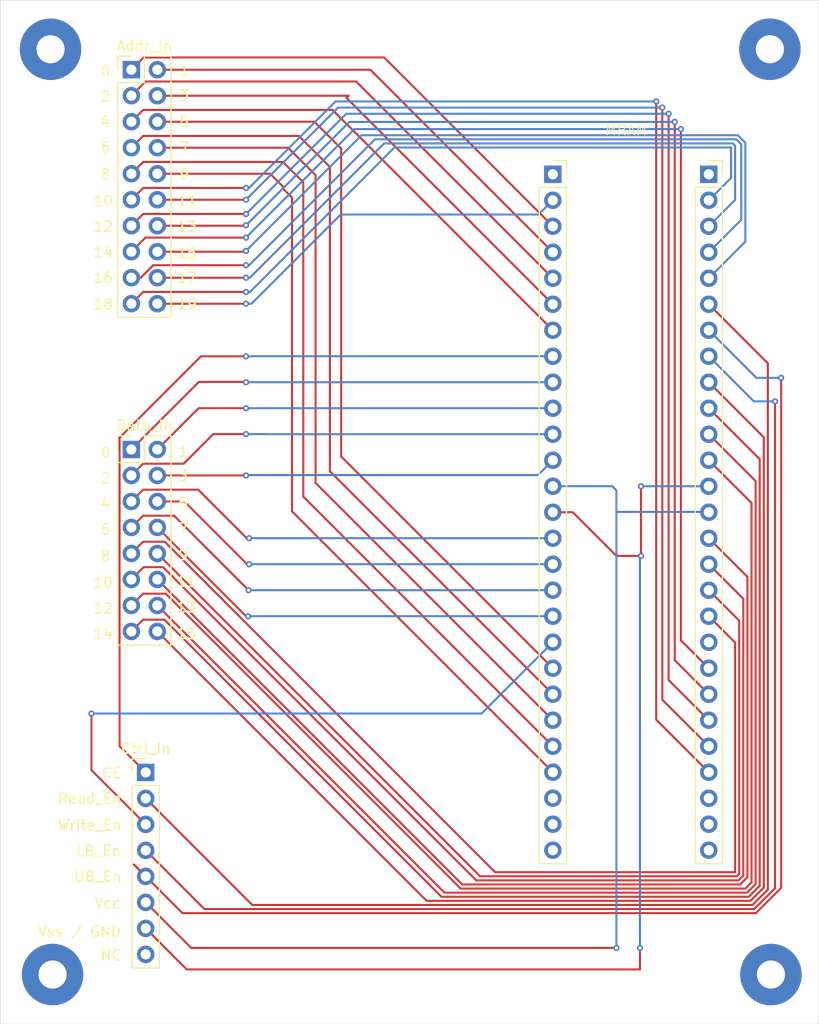
<source format=kicad_pcb>
(kicad_pcb (version 20240108) (generator "pcbnew") (generator_version "8.0")
  (layers (0 "F.Cu" signal) (31 "B.Cu" signal) (34 "B.Paste" user) (35 "F.Paste" user) (36 "B.SilkS" user "B.Silkscreen") (37 "F.SilkS" user "F.Silkscreen") (38 "B.Mask" user) (39 "F.Mask" user) (44 "Edge.Cuts" user))
  (net 0 "")
  (net 1 "Net-(J1-Addr_5)")
  (net 2 "Net-(J1-Addr_16)")
  (net 3 "Net-(J1-Addr_8)")
  (net 4 "Net-(J1-Addr_19)")
  (net 5 "Net-(J1-Addr_13)")
  (net 6 "Net-(J1-Addr_4)")
  (net 7 "Net-(J1-Addr_11)")
  (net 8 "Net-(J1-Addr_14)")
  (net 9 "Net-(J1-Addr_9)")
  (net 10 "Net-(J1-Addr_6)")
  (net 11 "Net-(J1-Addr_15)")
  (net 12 "Net-(J1-Addr_17)")
  (net 13 "Net-(J1-Addr_12)")
  (net 14 "Net-(J1-Addr_10)")
  (net 15 "Net-(J1-Addr_3)")
  (net 16 "Net-(J1-Addr_1)")
  (net 17 "Net-(J1-Addr_2)")
  (net 18 "Net-(J1-Addr_7)")
  (net 19 "Net-(J1-Addr_18)")
  (net 20 "Net-(J2-Data_11)")
  (net 21 "Net-(J2-Data_5)")
  (net 22 "Net-(J2-Data_13)")
  (net 23 "Net-(J2-Data_8)")
  (net 24 "Net-(J2-Data_15)")
  (net 25 "Net-(J2-Data_12)")
  (net 26 "Net-(J2-Data_4)")
  (net 27 "Net-(J2-Data_10)")
  (net 28 "Net-(J2-Data_6)")
  (net 29 "Net-(J2-Data_2)")
  (net 30 "Net-(J2-Data_1)")
  (net 31 "Net-(J2-Data_3)")
  (net 32 "Net-(J2-Data_7)")
  (net 33 "Net-(J2-Data_14)")
  (net 34 "Net-(J2-Data_9)")
  (net 37 "Net-(J3-Upper_byte_en)")
  (net 38 "Net-(J3-VCC)")
  (net 39 "Net-(J2-Data_0)")
  (net 42 "Net-(J3-Ground)")
  (net 45 "Net-(J3-Write_en)")
  (net 46 "Net-(J3-Lower_Byte_en)")
  (net 47 "Net-(J3-Read_en)")
  (net 48 "Net-(J3-Chip_en)")
  (net 53 "Net-(J1-Addr_0)")
  (footprint "Connector_PinHeader_2.54mm:PinHeader_2x10_P2.54mm_Vertical" (layer "F.Cu") (at 124.1 57.3)
    (property "Reference" "Addr_In" (at 1.27 -2.33 0) (layer "F.SilkS"))
    (property "Value" "2x10 Addr_in")
    (fp_line (start -1.33 -1.33) (end 0 -1.33) (stroke (width 0.12)) (layer "F.SilkS"))
    (fp_line (start -1.33 0) (end -1.33 -1.33) (stroke (width 0.12)) (layer "F.SilkS"))
    (fp_line (start -1.33 1.27) (end -1.33 24.19) (stroke (width 0.12)) (layer "F.SilkS"))
    (fp_line (start -1.33 1.27) (end 1.27 1.27) (stroke (width 0.12)) (layer "F.SilkS"))
    (fp_line (start -1.33 24.19) (end 3.87 24.19) (stroke (width 0.12)) (layer "F.SilkS"))
    (fp_line (start 1.27 -1.33) (end 3.87 -1.33) (stroke (width 0.12)) (layer "F.SilkS"))
    (fp_line (start 1.27 1.27) (end 1.27 -1.33) (stroke (width 0.12)) (layer "F.SilkS"))
    (fp_line (start 3.87 -1.33) (end 3.87 24.19) (stroke (width 0.12)) (layer "F.SilkS"))
    (pad "1" thru_hole rect (at 0 0) (size 1.7 1.7) (drill 1) (layers "*.Cu" "*.Mask") (net 53 "Net-(J1-Addr_0)"))
    (pad "2" thru_hole oval (at 2.54 0) (size 1.7 1.7) (drill 1) (layers "*.Cu" "*.Mask") (net 16 "Net-(J1-Addr_1)"))
    (pad "3" thru_hole oval (at 0 2.54) (size 1.7 1.7) (drill 1) (layers "*.Cu" "*.Mask") (net 17 "Net-(J1-Addr_2)"))
    (pad "4" thru_hole oval (at 2.54 2.54) (size 1.7 1.7) (drill 1) (layers "*.Cu" "*.Mask") (net 15 "Net-(J1-Addr_3)"))
    (pad "5" thru_hole oval (at 0 5.08) (size 1.7 1.7) (drill 1) (layers "*.Cu" "*.Mask") (net 6 "Net-(J1-Addr_4)"))
    (pad "6" thru_hole oval (at 2.54 5.08) (size 1.7 1.7) (drill 1) (layers "*.Cu" "*.Mask") (net 1 "Net-(J1-Addr_5)"))
    (pad "7" thru_hole oval (at 0 7.62) (size 1.7 1.7) (drill 1) (layers "*.Cu" "*.Mask") (net 10 "Net-(J1-Addr_6)"))
    (pad "8" thru_hole oval (at 2.54 7.62) (size 1.7 1.7) (drill 1) (layers "*.Cu" "*.Mask") (net 18 "Net-(J1-Addr_7)"))
    (pad "9" thru_hole oval (at 0 10.16) (size 1.7 1.7) (drill 1) (layers "*.Cu" "*.Mask") (net 3 "Net-(J1-Addr_8)"))
    (pad "10" thru_hole oval (at 2.54 10.16) (size 1.7 1.7) (drill 1) (layers "*.Cu" "*.Mask") (net 9 "Net-(J1-Addr_9)"))
    (pad "11" thru_hole oval (at 0 12.7) (size 1.7 1.7) (drill 1) (layers "*.Cu" "*.Mask") (net 14 "Net-(J1-Addr_10)"))
    (pad "12" thru_hole oval (at 2.54 12.7) (size 1.7 1.7) (drill 1) (layers "*.Cu" "*.Mask") (net 7 "Net-(J1-Addr_11)"))
    (pad "13" thru_hole oval (at 0 15.24) (size 1.7 1.7) (drill 1) (layers "*.Cu" "*.Mask") (net 13 "Net-(J1-Addr_12)"))
    (pad "14" thru_hole oval (at 2.54 15.24) (size 1.7 1.7) (drill 1) (layers "*.Cu" "*.Mask") (net 5 "Net-(J1-Addr_13)"))
    (pad "15" thru_hole oval (at 0 17.78) (size 1.7 1.7) (drill 1) (layers "*.Cu" "*.Mask") (net 8 "Net-(J1-Addr_14)"))
    (pad "16" thru_hole oval (at 2.54 17.78) (size 1.7 1.7) (drill 1) (layers "*.Cu" "*.Mask") (net 11 "Net-(J1-Addr_15)"))
    (pad "17" thru_hole oval (at 0 20.32) (size 1.7 1.7) (drill 1) (layers "*.Cu" "*.Mask") (net 2 "Net-(J1-Addr_16)"))
    (pad "18" thru_hole oval (at 2.54 20.32) (size 1.7 1.7) (drill 1) (layers "*.Cu" "*.Mask") (net 12 "Net-(J1-Addr_17)"))
    (pad "19" thru_hole oval (at 0 22.86) (size 1.7 1.7) (drill 1) (layers "*.Cu" "*.Mask") (net 19 "Net-(J1-Addr_18)"))
    (pad "20" thru_hole oval (at 2.54 22.86) (size 1.7 1.7) (drill 1) (layers "*.Cu" "*.Mask") (net 4 "Net-(J1-Addr_19)"))
  )
  (footprint "Connector_PinHeader_2.54mm:PinHeader_2x08_P2.54mm_Vertical" (layer "F.Cu") (at 124.096 94.4)
    (property "Reference" "Data_In" (at 1.27 -2.33 0) (layer "F.SilkS"))
    (property "Value" "2x8 Data_in")
    (fp_line (start -1.33 -1.33) (end 0 -1.33) (stroke (width 0.12)) (layer "F.SilkS"))
    (fp_line (start -1.33 0) (end -1.33 -1.33) (stroke (width 0.12)) (layer "F.SilkS"))
    (fp_line (start -1.33 1.27) (end -1.33 19.11) (stroke (width 0.12)) (layer "F.SilkS"))
    (fp_line (start -1.33 1.27) (end 1.27 1.27) (stroke (width 0.12)) (layer "F.SilkS"))
    (fp_line (start -1.33 19.11) (end 3.87 19.11) (stroke (width 0.12)) (layer "F.SilkS"))
    (fp_line (start 1.27 -1.33) (end 3.87 -1.33) (stroke (width 0.12)) (layer "F.SilkS"))
    (fp_line (start 1.27 1.27) (end 1.27 -1.33) (stroke (width 0.12)) (layer "F.SilkS"))
    (fp_line (start 3.87 -1.33) (end 3.87 19.11) (stroke (width 0.12)) (layer "F.SilkS"))
    (pad "1" thru_hole rect (at 0 0) (size 1.7 1.7) (drill 1) (layers "*.Cu" "*.Mask") (net 39 "Net-(J2-Data_0)"))
    (pad "2" thru_hole oval (at 2.54 0) (size 1.7 1.7) (drill 1) (layers "*.Cu" "*.Mask") (net 30 "Net-(J2-Data_1)"))
    (pad "3" thru_hole oval (at 0 2.54) (size 1.7 1.7) (drill 1) (layers "*.Cu" "*.Mask") (net 29 "Net-(J2-Data_2)"))
    (pad "4" thru_hole oval (at 2.54 2.54) (size 1.7 1.7) (drill 1) (layers "*.Cu" "*.Mask") (net 31 "Net-(J2-Data_3)"))
    (pad "5" thru_hole oval (at 0 5.08) (size 1.7 1.7) (drill 1) (layers "*.Cu" "*.Mask") (net 26 "Net-(J2-Data_4)"))
    (pad "6" thru_hole oval (at 2.54 5.08) (size 1.7 1.7) (drill 1) (layers "*.Cu" "*.Mask") (net 21 "Net-(J2-Data_5)"))
    (pad "7" thru_hole oval (at 0 7.62) (size 1.7 1.7) (drill 1) (layers "*.Cu" "*.Mask") (net 28 "Net-(J2-Data_6)"))
    (pad "8" thru_hole oval (at 2.54 7.62) (size 1.7 1.7) (drill 1) (layers "*.Cu" "*.Mask") (net 32 "Net-(J2-Data_7)"))
    (pad "9" thru_hole oval (at 0 10.16) (size 1.7 1.7) (drill 1) (layers "*.Cu" "*.Mask") (net 23 "Net-(J2-Data_8)"))
    (pad "10" thru_hole oval (at 2.54 10.16) (size 1.7 1.7) (drill 1) (layers "*.Cu" "*.Mask") (net 34 "Net-(J2-Data_9)"))
    (pad "11" thru_hole oval (at 0 12.7) (size 1.7 1.7) (drill 1) (layers "*.Cu" "*.Mask") (net 27 "Net-(J2-Data_10)"))
    (pad "12" thru_hole oval (at 2.54 12.7) (size 1.7 1.7) (drill 1) (layers "*.Cu" "*.Mask") (net 20 "Net-(J2-Data_11)"))
    (pad "13" thru_hole oval (at 0 15.24) (size 1.7 1.7) (drill 1) (layers "*.Cu" "*.Mask") (net 25 "Net-(J2-Data_12)"))
    (pad "14" thru_hole oval (at 2.54 15.24) (size 1.7 1.7) (drill 1) (layers "*.Cu" "*.Mask") (net 22 "Net-(J2-Data_13)"))
    (pad "15" thru_hole oval (at 0 17.78) (size 1.7 1.7) (drill 1) (layers "*.Cu" "*.Mask") (net 33 "Net-(J2-Data_14)"))
    (pad "16" thru_hole oval (at 2.54 17.78) (size 1.7 1.7) (drill 1) (layers "*.Cu" "*.Mask") (net 24 "Net-(J2-Data_15)"))
  )
  (footprint "My custom library:Female_header_connector" (layer "F.Cu") (at 150 65.7)
    (property "Reference" "MRAM" (at 22.45 -2.5 0) (layer "F.SilkS") (effects (font (thickness 0.1))))
    (property "Value" "~")
    (fp_line (start 13.9562 3.0826) (end 13.9562 69.1826) (stroke (width 0.12)) (layer "F.SilkS"))
    (fp_line (start 13.9562 3.0826) (end 16.6162 3.0826) (stroke (width 0.12)) (layer "F.SilkS"))
    (fp_line (start 13.9562 69.1826) (end 16.6162 69.1826) (stroke (width 0.12)) (layer "F.SilkS"))
    (fp_line (start 15.2862 0.4826) (end 16.6162 0.4826) (stroke (width 0.12)) (layer "F.SilkS"))
    (fp_line (start 16.6162 0.4826) (end 16.6162 1.8126) (stroke (width 0.12)) (layer "F.SilkS"))
    (fp_line (start 16.6162 3.0826) (end 16.6162 69.1826) (stroke (width 0.12)) (layer "F.SilkS"))
    (fp_line (start 29.19572 3.08356) (end 29.19572 69.18356) (stroke (width 0.12)) (layer "F.SilkS"))
    (fp_line (start 29.19572 3.08356) (end 31.85572 3.08356) (stroke (width 0.12)) (layer "F.SilkS"))
    (fp_line (start 29.19572 69.18356) (end 31.85572 69.18356) (stroke (width 0.12)) (layer "F.SilkS"))
    (fp_line (start 30.52572 0.48356) (end 31.85572 0.48356) (stroke (width 0.12)) (layer "F.SilkS"))
    (fp_line (start 31.85572 0.48356) (end 31.85572 1.81356) (stroke (width 0.12)) (layer "F.SilkS"))
    (fp_line (start 31.85572 3.08356) (end 31.85572 69.18356) (stroke (width 0.12)) (layer "F.SilkS"))
    (pad "1" thru_hole rect (at 15.2862 1.8126) (size 1.7 1.7) (drill 1) (layers "*.Cu" "*.Mask"))
    (pad "2" thru_hole oval (at 15.2862 4.3526) (size 1.7 1.7) (drill 1) (layers "*.Cu" "*.Mask") (net 4 "Net-(J1-Addr_19)"))
    (pad "3" thru_hole oval (at 15.2862 6.8926) (size 1.7 1.7) (drill 1) (layers "*.Cu" "*.Mask") (net 53 "Net-(J1-Addr_0)"))
    (pad "4" thru_hole oval (at 15.2862 9.4326) (size 1.7 1.7) (drill 1) (layers "*.Cu" "*.Mask") (net 16 "Net-(J1-Addr_1)"))
    (pad "5" thru_hole oval (at 15.2862 11.9726) (size 1.7 1.7) (drill 1) (layers "*.Cu" "*.Mask") (net 17 "Net-(J1-Addr_2)"))
    (pad "6" thru_hole oval (at 15.2862 14.5126) (size 1.7 1.7) (drill 1) (layers "*.Cu" "*.Mask") (net 15 "Net-(J1-Addr_3)"))
    (pad "7" thru_hole oval (at 15.2862 17.0526) (size 1.7 1.7) (drill 1) (layers "*.Cu" "*.Mask") (net 6 "Net-(J1-Addr_4)"))
    (pad "8" thru_hole oval (at 15.2862 19.5926) (size 1.7 1.7) (drill 1) (layers "*.Cu" "*.Mask") (net 48 "Net-(J3-Chip_en)"))
    (pad "9" thru_hole oval (at 15.2862 22.1326) (size 1.7 1.7) (drill 1) (layers "*.Cu" "*.Mask") (net 39 "Net-(J2-Data_0)"))
    (pad "10" thru_hole oval (at 15.2862 24.6726) (size 1.7 1.7) (drill 1) (layers "*.Cu" "*.Mask") (net 30 "Net-(J2-Data_1)"))
    (pad "11" thru_hole oval (at 15.2862 27.2126) (size 1.7 1.7) (drill 1) (layers "*.Cu" "*.Mask") (net 29 "Net-(J2-Data_2)"))
    (pad "12" thru_hole oval (at 15.2862 29.7526) (size 1.7 1.7) (drill 1) (layers "*.Cu" "*.Mask") (net 31 "Net-(J2-Data_3)"))
    (pad "13" thru_hole oval (at 15.2862 32.2926) (size 1.7 1.7) (drill 1) (layers "*.Cu" "*.Mask") (net 38 "Net-(J3-VCC)"))
    (pad "14" thru_hole oval (at 15.2862 34.8326) (size 1.7 1.7) (drill 1) (layers "*.Cu" "*.Mask") (net 42 "Net-(J3-Ground)"))
    (pad "15" thru_hole oval (at 15.2862 37.3726) (size 1.7 1.7) (drill 1) (layers "*.Cu" "*.Mask") (net 26 "Net-(J2-Data_4)"))
    (pad "16" thru_hole oval (at 15.2862 39.9126) (size 1.7 1.7) (drill 1) (layers "*.Cu" "*.Mask") (net 21 "Net-(J2-Data_5)"))
    (pad "17" thru_hole oval (at 15.2862 42.4526) (size 1.7 1.7) (drill 1) (layers "*.Cu" "*.Mask") (net 28 "Net-(J2-Data_6)"))
    (pad "18" thru_hole oval (at 15.2862 44.9926) (size 1.7 1.7) (drill 1) (layers "*.Cu" "*.Mask") (net 32 "Net-(J2-Data_7)"))
    (pad "19" thru_hole oval (at 15.2862 47.5326) (size 1.7 1.7) (drill 1) (layers "*.Cu" "*.Mask") (net 45 "Net-(J3-Write_en)"))
    (pad "20" thru_hole oval (at 15.2862 50.0726) (size 1.7 1.7) (drill 1) (layers "*.Cu" "*.Mask") (net 1 "Net-(J1-Addr_5)"))
    (pad "21" thru_hole oval (at 15.2862 52.6126) (size 1.7 1.7) (drill 1) (layers "*.Cu" "*.Mask") (net 10 "Net-(J1-Addr_6)"))
    (pad "22" thru_hole oval (at 15.2862 55.1526) (size 1.7 1.7) (drill 1) (layers "*.Cu" "*.Mask") (net 18 "Net-(J1-Addr_7)"))
    (pad "23" thru_hole oval (at 15.2862 57.6926) (size 1.7 1.7) (drill 1) (layers "*.Cu" "*.Mask") (net 3 "Net-(J1-Addr_8)"))
    (pad "24" thru_hole oval (at 15.2862 60.2326) (size 1.7 1.7) (drill 1) (layers "*.Cu" "*.Mask") (net 9 "Net-(J1-Addr_9)"))
    (pad "25" thru_hole oval (at 15.2862 62.7726) (size 1.7 1.7) (drill 1) (layers "*.Cu" "*.Mask"))
    (pad "26" thru_hole oval (at 15.2862 65.3126) (size 1.7 1.7) (drill 1) (layers "*.Cu" "*.Mask"))
    (pad "27" thru_hole oval (at 15.2862 67.8526) (size 1.7 1.7) (drill 1) (layers "*.Cu" "*.Mask"))
    (pad "28" thru_hole oval (at 30.52572 67.85356) (size 1.7 1.7) (drill 1) (layers "*.Cu" "*.Mask"))
    (pad "29" thru_hole oval (at 30.52572 65.31356) (size 1.7 1.7) (drill 1) (layers "*.Cu" "*.Mask"))
    (pad "30" thru_hole oval (at 30.52572 62.77356) (size 1.7 1.7) (drill 1) (layers "*.Cu" "*.Mask"))
    (pad "31" thru_hole oval (at 30.52572 60.23356) (size 1.7 1.7) (drill 1) (layers "*.Cu" "*.Mask") (net 14 "Net-(J1-Addr_10)"))
    (pad "32" thru_hole oval (at 30.52572 57.69356) (size 1.7 1.7) (drill 1) (layers "*.Cu" "*.Mask") (net 7 "Net-(J1-Addr_11)"))
    (pad "33" thru_hole oval (at 30.52572 55.15356) (size 1.7 1.7) (drill 1) (layers "*.Cu" "*.Mask") (net 13 "Net-(J1-Addr_12)"))
    (pad "34" thru_hole oval (at 30.52572 52.61356) (size 1.7 1.7) (drill 1) (layers "*.Cu" "*.Mask") (net 5 "Net-(J1-Addr_13)"))
    (pad "35" thru_hole oval (at 30.52572 50.07356) (size 1.7 1.7) (drill 1) (layers "*.Cu" "*.Mask") (net 8 "Net-(J1-Addr_14)"))
    (pad "36" thru_hole oval (at 30.52572 47.53356) (size 1.7 1.7) (drill 1) (layers "*.Cu" "*.Mask"))
    (pad "37" thru_hole oval (at 30.52572 44.99356) (size 1.7 1.7) (drill 1) (layers "*.Cu" "*.Mask") (net 23 "Net-(J2-Data_8)"))
    (pad "38" thru_hole oval (at 30.52572 42.45356) (size 1.7 1.7) (drill 1) (layers "*.Cu" "*.Mask") (net 34 "Net-(J2-Data_9)"))
    (pad "39" thru_hole oval (at 30.52572 39.91356) (size 1.7 1.7) (drill 1) (layers "*.Cu" "*.Mask") (net 27 "Net-(J2-Data_10)"))
    (pad "40" thru_hole oval (at 30.52572 37.37356) (size 1.7 1.7) (drill 1) (layers "*.Cu" "*.Mask") (net 20 "Net-(J2-Data_11)"))
    (pad "41" thru_hole oval (at 30.52572 34.83356) (size 1.7 1.7) (drill 1) (layers "*.Cu" "*.Mask") (net 38 "Net-(J3-VCC)"))
    (pad "42" thru_hole oval (at 30.52572 32.29356) (size 1.7 1.7) (drill 1) (layers "*.Cu" "*.Mask") (net 42 "Net-(J3-Ground)"))
    (pad "43" thru_hole oval (at 30.52572 29.75356) (size 1.7 1.7) (drill 1) (layers "*.Cu" "*.Mask") (net 25 "Net-(J2-Data_12)"))
    (pad "44" thru_hole oval (at 30.52572 27.21356) (size 1.7 1.7) (drill 1) (layers "*.Cu" "*.Mask") (net 22 "Net-(J2-Data_13)"))
    (pad "45" thru_hole oval (at 30.52572 24.67356) (size 1.7 1.7) (drill 1) (layers "*.Cu" "*.Mask") (net 33 "Net-(J2-Data_14)"))
    (pad "46" thru_hole oval (at 30.52572 22.13356) (size 1.7 1.7) (drill 1) (layers "*.Cu" "*.Mask") (net 24 "Net-(J2-Data_15)"))
    (pad "47" thru_hole oval (at 30.52572 19.59356) (size 1.7 1.7) (drill 1) (layers "*.Cu" "*.Mask") (net 46 "Net-(J3-Lower_Byte_en)"))
    (pad "48" thru_hole oval (at 30.52572 17.05356) (size 1.7 1.7) (drill 1) (layers "*.Cu" "*.Mask") (net 37 "Net-(J3-Upper_byte_en)"))
    (pad "49" thru_hole oval (at 30.52572 14.51356) (size 1.7 1.7) (drill 1) (layers "*.Cu" "*.Mask") (net 47 "Net-(J3-Read_en)"))
    (pad "50" thru_hole oval (at 30.52572 11.97356) (size 1.7 1.7) (drill 1) (layers "*.Cu" "*.Mask") (net 11 "Net-(J1-Addr_15)"))
    (pad "51" thru_hole oval (at 30.52572 9.43356) (size 1.7 1.7) (drill 1) (layers "*.Cu" "*.Mask") (net 2 "Net-(J1-Addr_16)"))
    (pad "52" thru_hole oval (at 30.52572 6.89356) (size 1.7 1.7) (drill 1) (layers "*.Cu" "*.Mask") (net 12 "Net-(J1-Addr_17)"))
    (pad "53" thru_hole oval (at 30.52572 4.35356) (size 1.7 1.7) (drill 1) (layers "*.Cu" "*.Mask") (net 19 "Net-(J1-Addr_18)"))
    (pad "54" thru_hole rect (at 30.52572 1.81356) (size 1.7 1.7) (drill 1) (layers "*.Cu" "*.Mask"))
  )
  (footprint "Connector_PinHeader_2.54mm:PinHeader_1x08_P2.54mm_Vertical" (layer "F.Cu") (at 125.5 125.95)
    (property "Reference" "Ctrl_In" (at 0 -2.33 0) (layer "F.SilkS"))
    (property "Value" "1x8 Ctrl Signal")
    (fp_line (start -1.33 -1.33) (end 0 -1.33) (stroke (width 0.12)) (layer "F.SilkS"))
    (fp_line (start -1.33 0) (end -1.33 -1.33) (stroke (width 0.12)) (layer "F.SilkS"))
    (fp_line (start -1.33 1.27) (end -1.33 19.11) (stroke (width 0.12)) (layer "F.SilkS"))
    (fp_line (start -1.33 1.27) (end 1.33 1.27) (stroke (width 0.12)) (layer "F.SilkS"))
    (fp_line (start -1.33 19.11) (end 1.33 19.11) (stroke (width 0.12)) (layer "F.SilkS"))
    (fp_line (start 1.33 1.27) (end 1.33 19.11) (stroke (width 0.12)) (layer "F.SilkS"))
    (pad "1" thru_hole rect (at 0 0) (size 1.7 1.7) (drill 1) (layers "*.Cu" "*.Mask") (net 48 "Net-(J3-Chip_en)"))
    (pad "2" thru_hole oval (at 0 2.54) (size 1.7 1.7) (drill 1) (layers "*.Cu" "*.Mask") (net 47 "Net-(J3-Read_en)"))
    (pad "3" thru_hole oval (at 0 5.08) (size 1.7 1.7) (drill 1) (layers "*.Cu" "*.Mask") (net 45 "Net-(J3-Write_en)"))
    (pad "4" thru_hole oval (at 0 7.62) (size 1.7 1.7) (drill 1) (layers "*.Cu" "*.Mask") (net 46 "Net-(J3-Lower_Byte_en)"))
    (pad "5" thru_hole oval (at 0 10.16) (size 1.7 1.7) (drill 1) (layers "*.Cu" "*.Mask") (net 37 "Net-(J3-Upper_byte_en)"))
    (pad "6" thru_hole oval (at 0 12.7) (size 1.7 1.7) (drill 1) (layers "*.Cu" "*.Mask") (net 38 "Net-(J3-VCC)"))
    (pad "7" thru_hole oval (at 0 15.24) (size 1.7 1.7) (drill 1) (layers "*.Cu" "*.Mask") (net 42 "Net-(J3-Ground)"))
    (pad "8" thru_hole oval (at 0 17.78) (size 1.7 1.7) (drill 1) (layers "*.Cu" "*.Mask"))
  )
  (gr_rect (start 111.2862 50.5126) (end 191.2862 150.5126) (stroke (width 0.05)) (fill none) (layer "Edge.Cuts"))
  (gr_text "9" (at 128.7 68.1 0) (layer "F.SilkS") (effects (font (size 1 1)) (justify left bottom)))
  (gr_text "15" (at 128.5 75.8 0) (layer "F.SilkS") (effects (font (size 1 1)) (justify left bottom)))
  (gr_text "4" (at 121 100.3 0) (layer "F.SilkS") (effects (font (size 1 1)) (justify left bottom)))
  (gr_text "13" (at 128.4 110.4 0) (layer "F.SilkS") (effects (font (size 1 1)) (justify left bottom)))
  (gr_text "7" (at 128.6 102.7 0) (layer "F.SilkS") (effects (font (size 1 1)) (justify left bottom)))
  (gr_text "13" (at 128.5 73.2 0) (layer "F.SilkS") (effects (font (size 1 1)) (justify left bottom)))
  (gr_text "12" (at 120.3 73.2 0) (layer "F.SilkS") (effects (font (size 1 1)) (justify left bottom)))
  (gr_text "4" (at 121 63 0) (layer "F.SilkS") (effects (font (size 1 1)) (justify left bottom)))
  (gr_text "16" (at 120.3 78.2 0) (layer "F.SilkS") (effects (font (size 1 1)) (justify left bottom)))
  (gr_text "1" (at 128.7 58 0) (layer "F.SilkS") (effects (font (size 1 1)) (justify left bottom)))
  (gr_text "15" (at 128.4 113 0) (layer "F.SilkS") (effects (font (size 1 1)) (justify left bottom)))
  (gr_text "NC" (at 121 144.4 0) (layer "F.SilkS") (effects (font (size 1 1)) (justify left bottom)))
  (gr_text "3" (at 128.6 97.6 0) (layer "F.SilkS") (effects (font (size 1 1)) (justify left bottom)))
  (gr_text "Vcc" (at 120.4 139.3 0) (layer "F.SilkS") (effects (font (size 1 1)) (justify left bottom)))
  (gr_text "10" (at 120.3 108 0) (layer "F.SilkS") (effects (font (size 1 1)) (justify left bottom)))
  (gr_text "0" (at 121 95.3 0) (layer "F.SilkS") (effects (font (size 1 1)) (justify left bottom)))
  (gr_text "17" (at 128.5 78.2 0) (layer "F.SilkS") (effects (font (size 1 1)) (justify left bottom)))
  (gr_text "Read_En" (at 116.8 129.1 0) (layer "F.SilkS") (effects (font (size 1 1)) (justify left bottom)))
  (gr_text "11" (at 128.5 70.7 0) (layer "F.SilkS") (effects (font (size 1 1)) (justify left bottom)))
  (gr_text "Vss / GND" (at 114.9 142.1 0) (layer "F.SilkS") (effects (font (size 1 1)) (justify left bottom)))
  (gr_text "14" (at 120.3 113 0) (layer "F.SilkS") (effects (font (size 1 1)) (justify left bottom)))
  (gr_text "LB_En" (at 118.6 134.2 0) (layer "F.SilkS") (effects (font (size 1 1)) (justify left bottom)))
  (gr_text "11" (at 128.4 107.9 0) (layer "F.SilkS") (effects (font (size 1 1)) (justify left bottom)))
  (gr_text "6" (at 121 65.5 0) (layer "F.SilkS") (effects (font (size 1 1)) (justify left bottom)))
  (gr_text "12" (at 120.3 110.5 0) (layer "F.SilkS") (effects (font (size 1 1)) (justify left bottom)))
  (gr_text "8" (at 121 68.1 0) (layer "F.SilkS") (effects (font (size 1 1)) (justify left bottom)))
  (gr_text "UB_En" (at 118.4 136.7 0) (layer "F.SilkS") (effects (font (size 1 1)) (justify left bottom)))
  (gr_text "2" (at 121 97.8 0) (layer "F.SilkS") (effects (font (size 1 1)) (justify left bottom)))
  (gr_text "9" (at 128.6 105.3 0) (layer "F.SilkS") (effects (font (size 1 1)) (justify left bottom)))
  (gr_text "18" (at 120.3 80.8 0) (layer "F.SilkS") (effects (font (size 1 1)) (justify left bottom)))
  (gr_text "0" (at 121 58 0) (layer "F.SilkS") (effects (font (size 1 1)) (justify left bottom)))
  (gr_text "3" (at 128.7 60.4 0) (layer "F.SilkS") (effects (font (size 1 1)) (justify left bottom)))
  (gr_text "10" (at 120.3 70.7 0) (layer "F.SilkS") (effects (font (size 1 1)) (justify left bottom)))
  (gr_text "14" (at 120.3 75.7 0) (layer "F.SilkS") (effects (font (size 1 1)) (justify left bottom)))
  (gr_text "1" (at 128.6 95.2 0) (layer "F.SilkS") (effects (font (size 1 1)) (justify left bottom)))
  (gr_text "6" (at 121 102.8 0) (layer "F.SilkS") (effects (font (size 1 1)) (justify left bottom)))
  (gr_text "2" (at 121 60.5 0) (layer "F.SilkS") (effects (font (size 1 1)) (justify left bottom)))
  (gr_text "7" (at 128.7 65.5 0) (layer "F.SilkS") (effects (font (size 1 1)) (justify left bottom)))
  (gr_text "5" (at 128.6 100.2 0) (layer "F.SilkS") (effects (font (size 1 1)) (justify left bottom)))
  (gr_text "8" (at 121 105.4 0) (layer "F.SilkS") (effects (font (size 1 1)) (justify left bottom)))
  (gr_text "Write_En" (at 116.8 131.7 0) (layer "F.SilkS") (effects (font (size 1 1)) (justify left bottom)))
  (gr_text "5" (at 128.7 63 0) (layer "F.SilkS") (effects (font (size 1 1)) (justify left bottom)))
  (gr_text "CE" (at 121.1 126.6 0) (layer "F.SilkS") (effects (font (size 1 1)) (justify left bottom)))
  (gr_text "19" (at 128.5 80.8 0) (layer "F.SilkS") (effects (font (size 1 1)) (justify left bottom)))
  (via (at 186.5 55.3) (size 6) (drill 2.75) (layers "F.Cu" "B.Cu") (net 0))
  (via (at 186.6 145.7) (size 6) (drill 2.75) (layers "F.Cu" "B.Cu") (net 0))
  (via (at 116.2 55.3) (size 6) (drill 2.75) (layers "F.Cu" "B.Cu") (net 0))
  (via (at 116.4 145.7) (size 6) (drill 2.75) (layers "F.Cu" "B.Cu") (net 0))
  (segment (start 126.64 62.38) (end 141.98 62.38) (width 0.2) (layer "F.Cu") (net 1))
  (segment (start 144.6 95.0864) (end 165.2862 115.7726) (width 0.2) (layer "F.Cu") (net 1))
  (segment (start 141.98 62.38) (end 144.6 65) (width 0.2) (layer "F.Cu") (net 1))
  (segment (start 144.6 65) (end 144.6 95.0864) (width 0.2) (layer "F.Cu") (net 1))
  (segment (start 135.3 76.4) (end 126.233654 76.4) (width 0.2) (layer "F.Cu") (net 2))
  (segment (start 126.233654 76.4) (end 125.013654 77.62) (width 0.2) (layer "F.Cu") (net 2))
  (segment (start 125.013654 77.62) (end 124.1 77.62) (width 0.2) (layer "F.Cu") (net 2))
  (via (at 135.3 76.4) (size 0.6) (drill 0.3) (layers "F.Cu" "B.Cu") (net 2))
  (segment (start 183.2 64.1) (end 183.7 64.6) (width 0.2) (layer "B.Cu") (net 2))
  (segment (start 147.9 64.1) (end 183.2 64.1) (width 0.2) (layer "B.Cu") (net 2))
  (segment (start 183.7 64.6) (end 183.7 71.95928) (width 0.2) (layer "B.Cu") (net 2))
  (segment (start 135.3 76.4) (end 135.6 76.4) (width 0.2) (layer "B.Cu") (net 2))
  (segment (start 183.7 71.95928) (end 180.52572 75.13356) (width 0.2) (layer "B.Cu") (net 2))
  (segment (start 135.6 76.4) (end 147.9 64.1) (width 0.2) (layer "B.Cu") (net 2))
  (segment (start 140.9 68.3) (end 140.9 99.0064) (width 0.2) (layer "F.Cu") (net 3))
  (segment (start 124.1 67.46) (end 125.25 66.31) (width 0.2) (layer "F.Cu") (net 3))
  (segment (start 138.91 66.31) (end 140.9 68.3) (width 0.2) (layer "F.Cu") (net 3))
  (segment (start 140.9 99.0064) (end 165.2862 123.3926) (width 0.2) (layer "F.Cu") (net 3))
  (segment (start 125.25 66.31) (end 138.91 66.31) (width 0.2) (layer "F.Cu") (net 3))
  (segment (start 135.3 80.16) (end 126.64 80.16) (width 0.2) (layer "F.Cu") (net 4))
  (via (at 135.3 80.16) (size 0.6) (drill 0.3) (layers "F.Cu" "B.Cu") (net 4))
  (segment (start 144.5574 71.4426) (end 163.8962 71.4426) (width 0.2) (layer "B.Cu") (net 4))
  (segment (start 163.8962 71.4426) (end 165.2862 70.0526) (width 0.2) (layer "B.Cu") (net 4))
  (segment (start 135.84 80.16) (end 144.5574 71.4426) (width 0.2) (layer "B.Cu") (net 4))
  (segment (start 135.3 80.16) (end 135.84 80.16) (width 0.2) (layer "B.Cu") (net 4))
  (segment (start 177.2 62.4) (end 177.2 114.98784) (width 0.2) (layer "F.Cu") (net 5))
  (segment (start 135.26 72.54) (end 135.3 72.5) (width 0.2) (layer "F.Cu") (net 5))
  (segment (start 126.64 72.54) (end 135.26 72.54) (width 0.2) (layer "F.Cu") (net 5))
  (segment (start 177.2 114.98784) (end 180.52572 118.31356) (width 0.2) (layer "F.Cu") (net 5))
  (via (at 135.3 72.5) (size 0.6) (drill 0.3) (layers "F.Cu" "B.Cu") (net 5))
  (via (at 177.2 62.4) (size 0.6) (drill 0.3) (layers "F.Cu" "B.Cu") (net 5))
  (segment (start 177.2 62.4) (end 145.4 62.4) (width 0.2) (layer "B.Cu") (net 5))
  (segment (start 145.4 62.4) (end 135.3 72.5) (width 0.2) (layer "B.Cu") (net 5))
  (segment (start 125.25 61.23) (end 143.7636 61.23) (width 0.2) (layer "F.Cu") (net 6))
  (segment (start 143.7636 61.23) (end 165.2862 82.7526) (width 0.2) (layer "F.Cu") (net 6))
  (segment (start 124.1 62.38) (end 125.25 61.23) (width 0.2) (layer "F.Cu") (net 6))
  (segment (start 175.985421 118.853261) (end 180.52572 123.39356) (width 0.2) (layer "F.Cu") (net 7))
  (segment (start 126.64 70) (end 135.3 70) (width 0.2) (layer "F.Cu") (net 7))
  (segment (start 175.985421 61) (end 175.985421 118.853261) (width 0.2) (layer "F.Cu") (net 7))
  (via (at 135.3 70) (size 0.6) (drill 0.3) (layers "F.Cu" "B.Cu") (net 7))
  (via (at 175.985421 61) (size 0.6) (drill 0.3) (layers "F.Cu" "B.Cu") (net 7))
  (segment (start 135.3 70) (end 144.3 61) (width 0.2) (layer "B.Cu") (net 7))
  (segment (start 144.3 61) (end 175.985421 61) (width 0.2) (layer "B.Cu") (net 7))
  (segment (start 177.8 113.04784) (end 180.52572 115.77356) (width 0.2) (layer "F.Cu") (net 8))
  (segment (start 125.48 73.7) (end 135.3 73.7) (width 0.2) (layer "F.Cu") (net 8))
  (segment (start 177.8 63.1) (end 177.8 113.04784) (width 0.2) (layer "F.Cu") (net 8))
  (segment (start 124.1 75.08) (end 125.48 73.7) (width 0.2) (layer "F.Cu") (net 8))
  (via (at 177.8 63.1) (size 0.6) (drill 0.3) (layers "F.Cu" "B.Cu") (net 8))
  (via (at 135.3 73.7) (size 0.6) (drill 0.3) (layers "F.Cu" "B.Cu") (net 8))
  (segment (start 135.3 73.7) (end 145.9 63.1) (width 0.2) (layer "B.Cu") (net 8))
  (segment (start 145.9 63.1) (end 177.8 63.1) (width 0.2) (layer "B.Cu") (net 8))
  (segment (start 126.64 67.46) (end 137.66 67.46) (width 0.2) (layer "F.Cu") (net 9))
  (segment (start 139.8 100.4464) (end 165.2862 125.9326) (width 0.2) (layer "F.Cu") (net 9))
  (segment (start 138.9 68.9) (end 139.8 69.8) (width 0.2) (layer "F.Cu") (net 9))
  (segment (start 138.9 68.7) (end 138.9 68.9) (width 0.2) (layer "F.Cu") (net 9))
  (segment (start 137.66 67.46) (end 138.9 68.7) (width 0.2) (layer "F.Cu") (net 9))
  (segment (start 139.8 69.8) (end 139.8 100.4464) (width 0.2) (layer "F.Cu") (net 9))
  (segment (start 140.47 63.77) (end 143.5 66.8) (width 0.2) (layer "F.Cu") (net 10))
  (segment (start 124.1 64.92) (end 125.25 63.77) (width 0.2) (layer "F.Cu") (net 10))
  (segment (start 143.5 66.8) (end 143.5 96.5264) (width 0.2) (layer "F.Cu") (net 10))
  (segment (start 143.5 96.5264) (end 165.2862 118.3126) (width 0.2) (layer "F.Cu") (net 10))
  (segment (start 125.25 63.77) (end 140.47 63.77) (width 0.2) (layer "F.Cu") (net 10))
  (segment (start 126.64 75.08) (end 135.22 75.08) (width 0.2) (layer "F.Cu") (net 11))
  (segment (start 135.22 75.08) (end 135.3 75) (width 0.2) (layer "F.Cu") (net 11))
  (via (at 135.3 75) (size 0.6) (drill 0.3) (layers "F.Cu" "B.Cu") (net 11))
  (segment (start 184.1 74.09928) (end 180.52572 77.67356) (width 0.2) (layer "B.Cu") (net 11))
  (segment (start 184.1 64.434314) (end 184.1 74.09928) (width 0.2) (layer "B.Cu") (net 11))
  (segment (start 146.6 63.7) (end 183.365686 63.7) (width 0.2) (layer "B.Cu") (net 11))
  (segment (start 135.3 75) (end 146.6 63.7) (width 0.2) (layer "B.Cu") (net 11))
  (segment (start 183.365686 63.7) (end 184.1 64.434314) (width 0.2) (layer "B.Cu") (net 11))
  (segment (start 135.3 77.62) (end 126.64 77.62) (width 0.2) (layer "F.Cu") (net 12))
  (via (at 135.3 77.62) (size 0.6) (drill 0.3) (layers "F.Cu" "B.Cu") (net 12))
  (segment (start 135.68 77.62) (end 148.8 64.5) (width 0.2) (layer "B.Cu") (net 12))
  (segment (start 182.865685 64.5) (end 183.1 64.734315) (width 0.2) (layer "B.Cu") (net 12))
  (segment (start 183.1 64.734315) (end 183.1 70.01928) (width 0.2) (layer "B.Cu") (net 12))
  (segment (start 148.8 64.5) (end 182.865685 64.5) (width 0.2) (layer "B.Cu") (net 12))
  (segment (start 135.3 77.62) (end 135.68 77.62) (width 0.2) (layer "B.Cu") (net 12))
  (segment (start 183.1 70.01928) (end 180.52572 72.59356) (width 0.2) (layer "B.Cu") (net 12))
  (segment (start 125.25 71.39) (end 135.29 71.39) (width 0.2) (layer "F.Cu") (net 13))
  (segment (start 124.1 72.54) (end 125.25 71.39) (width 0.2) (layer "F.Cu") (net 13))
  (segment (start 135.29 71.39) (end 135.3 71.4) (width 0.2) (layer "F.Cu") (net 13))
  (segment (start 176.6 116.92784) (end 180.52572 120.85356) (width 0.2) (layer "F.Cu") (net 13))
  (segment (start 176.6 61.6) (end 176.6 116.92784) (width 0.2) (layer "F.Cu") (net 13))
  (via (at 135.3 71.4) (size 0.6) (drill 0.3) (layers "F.Cu" "B.Cu") (net 13))
  (via (at 176.6 61.6) (size 0.6) (drill 0.3) (layers "F.Cu" "B.Cu") (net 13))
  (segment (start 176.6 61.6) (end 145.1 61.6) (width 0.2) (layer "B.Cu") (net 13))
  (segment (start 145.1 61.6) (end 135.3 71.4) (width 0.2) (layer "B.Cu") (net 13))
  (segment (start 175.4 60.4) (end 175.385421 60.414579) (width 0.2) (layer "F.Cu") (net 14))
  (segment (start 175.385421 120.793261) (end 180.52572 125.93356) (width 0.2) (layer "F.Cu") (net 14))
  (segment (start 135.3 68.85) (end 125.25 68.85) (width 0.2) (layer "F.Cu") (net 14))
  (segment (start 175.385421 60.414579) (end 175.385421 120.793261) (width 0.2) (layer "F.Cu") (net 14))
  (segment (start 125.25 68.85) (end 124.1 70) (width 0.2) (layer "F.Cu") (net 14))
  (via (at 135.3 68.85) (size 0.6) (drill 0.3) (layers "F.Cu" "B.Cu") (net 14))
  (via (at 175.4 60.4) (size 0.6) (drill 0.3) (layers "F.Cu" "B.Cu") (net 14))
  (segment (start 144.051471 60.4) (end 175.4 60.4) (width 0.2) (layer "B.Cu") (net 14))
  (segment (start 135.3 68.85) (end 135.601471 68.85) (width 0.2) (layer "B.Cu") (net 14))
  (segment (start 135.601471 68.85) (end 144.051471 60.4) (width 0.2) (layer "B.Cu") (net 14))
  (segment (start 145.34 59.84) (end 145.1268 60.0532) (width 0.2) (layer "F.Cu") (net 15))
  (segment (start 145.1268 60.0532) (end 165.2862 80.2126) (width 0.2) (layer "F.Cu") (net 15))
  (segment (start 126.64 59.84) (end 145.34 59.84) (width 0.2) (layer "F.Cu") (net 15))
  (segment (start 147.4536 57.3) (end 165.2862 75.1326) (width 0.2) (layer "F.Cu") (net 16))
  (segment (start 126.64 57.3) (end 147.4536 57.3) (width 0.2) (layer "F.Cu") (net 16))
  (segment (start 124.1 59.84) (end 125.49 58.45) (width 0.2) (layer "F.Cu") (net 17))
  (segment (start 125.49 58.45) (end 146.0636 58.45) (width 0.2) (layer "F.Cu") (net 17))
  (segment (start 146.0636 58.45) (end 165.2862 77.6726) (width 0.2) (layer "F.Cu") (net 17))
  (segment (start 126.64 64.92) (end 139.42 64.92) (width 0.2) (layer "F.Cu") (net 18))
  (segment (start 142.1 97.6664) (end 165.2862 120.8526) (width 0.2) (layer "F.Cu") (net 18))
  (segment (start 139.42 64.92) (end 142.1 67.6) (width 0.2) (layer "F.Cu") (net 18))
  (segment (start 142.1 67.6) (end 142.1 97.6664) (width 0.2) (layer "F.Cu") (net 18))
  (segment (start 135.3 79.01) (end 125.25 79.01) (width 0.2) (layer "F.Cu") (net 19))
  (segment (start 125.25 79.01) (end 124.1 80.16) (width 0.2) (layer "F.Cu") (net 19))
  (via (at 135.3 79.01) (size 0.6) (drill 0.3) (layers "F.Cu" "B.Cu") (net 19))
  (segment (start 182.7 67.87928) (end 180.52572 70.05356) (width 0.2) (layer "B.Cu") (net 19))
  (segment (start 135.3 79.01) (end 135.69 79.01) (width 0.2) (layer "B.Cu") (net 19))
  (segment (start 182.7 64.9) (end 182.7 67.87928) (width 0.2) (layer "B.Cu") (net 19))
  (segment (start 135.69 79.01) (end 149.8 64.9) (width 0.2) (layer "B.Cu") (net 19))
  (segment (start 149.8 64.9) (end 182.7 64.9) (width 0.2) (layer "B.Cu") (net 19))
  (segment (start 184.3 136.197057) (end 184.3 106.84784) (width 0.2) (layer "F.Cu") (net 20))
  (segment (start 156.436 136.9) (end 183.597057 136.9) (width 0.2) (layer "F.Cu") (net 20))
  (segment (start 184.3 106.84784) (end 180.52572 103.07356) (width 0.2) (layer "F.Cu") (net 20))
  (segment (start 126.636 107.1) (end 156.436 136.9) (width 0.2) (layer "F.Cu") (net 20))
  (segment (start 183.597057 136.9) (end 184.3 136.197057) (width 0.2) (layer "F.Cu") (net 20))
  (segment (start 135.6 105.6126) (end 135.4126 105.6126) (width 0.2) (layer "F.Cu") (net 21))
  (segment (start 135.4126 105.6126) (end 129.28 99.48) (width 0.2) (layer "F.Cu") (net 21))
  (segment (start 129.28 99.48) (end 126.636 99.48) (width 0.2) (layer "F.Cu") (net 21))
  (via (at 135.6 105.6126) (size 0.6) (drill 0.3) (layers "F.Cu" "B.Cu") (net 21))
  (segment (start 135.6 105.6126) (end 165.2862 105.6126) (width 0.2) (layer "B.Cu") (net 21))
  (segment (start 185.1 136.865686) (end 185.1 97.48784) (width 0.2) (layer "F.Cu") (net 22))
  (segment (start 184.265686 137.7) (end 185.1 136.865686) (width 0.2) (layer "F.Cu") (net 22))
  (segment (start 185.1 97.48784) (end 180.52572 92.91356) (width 0.2) (layer "F.Cu") (net 22))
  (segment (start 154.696 137.7) (end 184.265686 137.7) (width 0.2) (layer "F.Cu") (net 22))
  (segment (start 126.636 109.64) (end 154.696 137.7) (width 0.2) (layer "F.Cu") (net 22))
  (segment (start 183.1 113.26784) (end 180.52572 110.69356) (width 0.2) (layer "F.Cu") (net 23))
  (segment (start 183.1 135.7) (end 183.1 113.26784) (width 0.2) (layer "F.Cu") (net 23))
  (segment (start 159.642346 135.7) (end 183.1 135.7) (width 0.2) (layer "F.Cu") (net 23))
  (segment (start 125.246 103.41) (end 127.352346 103.41) (width 0.2) (layer "F.Cu") (net 23))
  (segment (start 124.096 104.56) (end 125.246 103.41) (width 0.2) (layer "F.Cu") (net 23))
  (segment (start 127.352346 103.41) (end 159.642346 135.7) (width 0.2) (layer "F.Cu") (net 23))
  (segment (start 185.9 93.20784) (end 180.52572 87.83356) (width 0.2) (layer "F.Cu") (net 24))
  (segment (start 184.597058 138.5) (end 185.9 137.197058) (width 0.2) (layer "F.Cu") (net 24))
  (segment (start 126.636 112.18) (end 152.956 138.5) (width 0.2) (layer "F.Cu") (net 24))
  (segment (start 152.956 138.5) (end 184.597058 138.5) (width 0.2) (layer "F.Cu") (net 24))
  (segment (start 185.9 137.197058) (end 185.9 93.20784) (width 0.2) (layer "F.Cu") (net 24))
  (segment (start 156.270314 137.3) (end 184.1 137.3) (width 0.2) (layer "F.Cu") (net 25))
  (segment (start 184.7 136.7) (end 184.7 99.62784) (width 0.2) (layer "F.Cu") (net 25))
  (segment (start 124.096 109.64) (end 125.246 108.49) (width 0.2) (layer "F.Cu") (net 25))
  (segment (start 184.1 137.3) (end 184.7 136.7) (width 0.2) (layer "F.Cu") (net 25))
  (segment (start 125.246 108.49) (end 127.460314 108.49) (width 0.2) (layer "F.Cu") (net 25))
  (segment (start 184.7 99.62784) (end 180.52572 95.45356) (width 0.2) (layer "F.Cu") (net 25))
  (segment (start 127.460314 108.49) (end 156.270314 137.3) (width 0.2) (layer "F.Cu") (net 25))
  (segment (start 135.3726 103.0726) (end 130.63 98.33) (width 0.2) (layer "F.Cu") (net 26))
  (segment (start 130.63 98.33) (end 125.246 98.33) (width 0.2) (layer "F.Cu") (net 26))
  (segment (start 135.6 103.0726) (end 135.3726 103.0726) (width 0.2) (layer "F.Cu") (net 26))
  (segment (start 125.246 98.33) (end 124.096 99.48) (width 0.2) (layer "F.Cu") (net 26))
  (via (at 135.6 103.0726) (size 0.6) (drill 0.3) (layers "F.Cu" "B.Cu") (net 26))
  (segment (start 135.6 103.0726) (end 165.2862 103.0726) (width 0.2) (layer "B.Cu") (net 26))
  (segment (start 183.9 108.98784) (end 180.52572 105.61356) (width 0.2) (layer "F.Cu") (net 27))
  (segment (start 183.431371 136.5) (end 183.9 136.031371) (width 0.2) (layer "F.Cu") (net 27))
  (segment (start 125.296 105.9) (end 127.2 105.9) (width 0.2) (layer "F.Cu") (net 27))
  (segment (start 127.2 105.9) (end 157.8 136.5) (width 0.2) (layer "F.Cu") (net 27))
  (segment (start 157.8 136.5) (end 183.431371 136.5) (width 0.2) (layer "F.Cu") (net 27))
  (segment (start 124.096 107.1) (end 125.296 105.9) (width 0.2) (layer "F.Cu") (net 27))
  (segment (start 183.9 136.031371) (end 183.9 108.98784) (width 0.2) (layer "F.Cu") (net 27))
  (segment (start 128.27 100.87) (end 125.246 100.87) (width 0.2) (layer "F.Cu") (net 28))
  (segment (start 135.5526 108.1526) (end 128.27 100.87) (width 0.2) (layer "F.Cu") (net 28))
  (segment (start 125.246 100.87) (end 124.096 102.02) (width 0.2) (layer "F.Cu") (net 28))
  (via (at 135.5526 108.1526) (size 0.6) (drill 0.3) (layers "F.Cu" "B.Cu") (net 28))
  (segment (start 135.5526 108.1526) (end 165.2862 108.1526) (width 0.2) (layer "B.Cu") (net 28))
  (segment (start 129.21 95.79) (end 125.246 95.79) (width 0.2) (layer "F.Cu") (net 29))
  (segment (start 132.1 92.9) (end 129.21 95.79) (width 0.2) (layer "F.Cu") (net 29))
  (segment (start 125.246 95.79) (end 124.096 96.94) (width 0.2) (layer "F.Cu") (net 29))
  (segment (start 135.3 92.9) (end 132.1 92.9) (width 0.2) (layer "F.Cu") (net 29))
  (via (at 135.3 92.9) (size 0.6) (drill 0.3) (layers "F.Cu" "B.Cu") (net 29))
  (segment (start 135.3 92.9) (end 137.3 92.9) (width 0.2) (layer "B.Cu") (net 29))
  (segment (start 137.3 92.9) (end 137.3126 92.9126) (width 0.2) (layer "B.Cu") (net 29))
  (segment (start 137.3126 92.9126) (end 165.2862 92.9126) (width 0.2) (layer "B.Cu") (net 29))
  (segment (start 135.3 90.3726) (end 130.6634 90.3726) (width 0.2) (layer "F.Cu") (net 30))
  (segment (start 130.6634 90.3726) (end 126.636 94.4) (width 0.2) (layer "F.Cu") (net 30))
  (via (at 135.3 90.3726) (size 0.6) (drill 0.3) (layers "F.Cu" "B.Cu") (net 30))
  (segment (start 135.3 90.3726) (end 165.2862 90.3726) (width 0.2) (layer "B.Cu") (net 30))
  (segment (start 135.3 96.94) (end 126.636 96.94) (width 0.2) (layer "F.Cu") (net 31))
  (via (at 135.3 96.94) (size 0.6) (drill 0.3) (layers "F.Cu" "B.Cu") (net 31))
  (segment (start 163.8388 96.9) (end 165.2862 95.4526) (width 0.2) (layer "B.Cu") (net 31))
  (segment (start 135.3 96.94) (end 135.34 96.9) (width 0.2) (layer "B.Cu") (net 31))
  (segment (start 135.34 96.9) (end 163.8388 96.9) (width 0.2) (layer "B.Cu") (net 31))
  (segment (start 126.636 102.02) (end 135.316 110.7) (width 0.2) (layer "F.Cu") (net 32))
  (segment (start 135.316 110.7) (end 135.5 110.7) (width 0.2) (layer "F.Cu") (net 32))
  (via (at 135.5 110.7) (size 0.6) (drill 0.3) (layers "F.Cu" "B.Cu") (net 32))
  (segment (start 135.5 110.7) (end 135.5074 110.6926) (width 0.2) (layer "B.Cu") (net 32))
  (segment (start 135.5074 110.6926) (end 165.2862 110.6926) (width 0.2) (layer "B.Cu") (net 32))
  (segment (start 185.5 137.031372) (end 185.5 95.34784) (width 0.2) (layer "F.Cu") (net 33))
  (segment (start 184.431372 138.1) (end 185.5 137.031372) (width 0.2) (layer "F.Cu") (net 33))
  (segment (start 154.4 138.1) (end 184.431372 138.1) (width 0.2) (layer "F.Cu") (net 33))
  (segment (start 125.246 111.03) (end 127.33 111.03) (width 0.2) (layer "F.Cu") (net 33))
  (segment (start 124.096 112.18) (end 125.246 111.03) (width 0.2) (layer "F.Cu") (net 33))
  (segment (start 185.5 95.34784) (end 180.52572 90.37356) (width 0.2) (layer "F.Cu") (net 33))
  (segment (start 127.33 111.03) (end 154.4 138.1) (width 0.2) (layer "F.Cu") (net 33))
  (segment (start 183.5 135.865685) (end 183.5 111.12784) (width 0.2) (layer "F.Cu") (net 34))
  (segment (start 158.176 136.1) (end 183.265685 136.1) (width 0.2) (layer "F.Cu") (net 34))
  (segment (start 126.636 104.56) (end 158.176 136.1) (width 0.2) (layer "F.Cu") (net 34))
  (segment (start 183.265685 136.1) (end 183.5 135.865685) (width 0.2) (layer "F.Cu") (net 34))
  (segment (start 183.5 111.12784) (end 180.52572 108.15356) (width 0.2) (layer "F.Cu") (net 34))
  (segment (start 185.131372 139.7) (end 187.6 137.231372) (width 0.2) (layer "F.Cu") (net 37))
  (segment (start 129.09 139.7) (end 185.131372 139.7) (width 0.2) (layer "F.Cu") (net 37))
  (segment (start 187.6 137.231372) (end 187.6 87.4) (width 0.2) (layer "F.Cu") (net 37))
  (segment (start 125.5 136.11) (end 124.35 134.96) (width 0.2) (layer "F.Cu") (net 37))
  (segment (start 124.35 134.96) (end 129.09 139.7) (width 0.2) (layer "F.Cu") (net 37))
  (via (at 187.6 87.4) (size 0.6) (drill 0.3) (layers "F.Cu" "B.Cu") (net 37))
  (segment (start 185.17216 87.4) (end 180.52572 82.75356) (width 0.2) (layer "B.Cu") (net 37))
  (segment (start 187.6 87.4) (end 185.17216 87.4) (width 0.2) (layer "B.Cu") (net 37))
  (segment (start 125.5 138.65) (end 129.95 143.1) (width 0.2) (layer "F.Cu") (net 38))
  (segment (start 129.95 143.1) (end 171.5 143.1) (width 0.2) (layer "F.Cu") (net 38))
  (via (at 171.5 143.1) (size 0.6) (drill 0.3) (layers "F.Cu" "B.Cu") (net 38))
  (segment (start 165.2862 97.9926) (end 171.0926 97.9926) (width 0.2) (layer "B.Cu") (net 38))
  (segment (start 171.5 100.5) (end 180.49216 100.5) (width 0.2) (layer "B.Cu") (net 38))
  (segment (start 171.5 143.1) (end 171.5 104.4) (width 0.2) (layer "B.Cu") (net 38))
  (segment (start 171.5 98.4) (end 171.5 104.4) (width 0.2) (layer "B.Cu") (net 38))
  (segment (start 171.0926 97.9926) (end 171.5 98.4) (width 0.2) (layer "B.Cu") (net 38))
  (segment (start 180.49216 100.5) (end 180.52572 100.53356) (width 0.2) (layer "B.Cu") (net 38))
  (segment (start 130.696 87.8) (end 124.096 94.4) (width 0.2) (layer "F.Cu") (net 39))
  (segment (start 135.3 87.8326) (end 135.2674 87.8) (width 0.2) (layer "F.Cu") (net 39))
  (segment (start 135.2674 87.8) (end 130.696 87.8) (width 0.2) (layer "F.Cu") (net 39))
  (via (at 135.3 87.8326) (size 0.6) (drill 0.3) (layers "F.Cu" "B.Cu") (net 39))
  (segment (start 135.3 87.8326) (end 165.2862 87.8326) (width 0.2) (layer "B.Cu") (net 39))
  (segment (start 173.9 104.8) (end 173.9 98) (width 0.2) (layer "F.Cu") (net 42))
  (segment (start 167.2326 100.5326) (end 165.2862 100.5326) (width 0.2) (layer "F.Cu") (net 42))
  (segment (start 171.5 104.8) (end 167.2326 100.5326) (width 0.2) (layer "F.Cu") (net 42))
  (segment (start 173.9 104.8) (end 171.5 104.8) (width 0.2) (layer "F.Cu") (net 42))
  (segment (start 173.8 145.2) (end 173.8 143.1) (width 0.2) (layer "F.Cu") (net 42))
  (segment (start 125.5 141.19) (end 129.51 145.2) (width 0.2) (layer "F.Cu") (net 42))
  (segment (start 129.51 145.2) (end 173.8 145.2) (width 0.2) (layer "F.Cu") (net 42))
  (via (at 173.9 98) (size 0.6) (drill 0.3) (layers "F.Cu" "B.Cu") (net 42))
  (via (at 173.9 104.8) (size 0.6) (drill 0.3) (layers "F.Cu" "B.Cu") (net 42))
  (via (at 173.8 143.1) (size 0.6) (drill 0.3) (layers "F.Cu" "B.Cu") (net 42))
  (segment (start 174.5 98) (end 174.50644 97.99356) (width 0.2) (layer "B.Cu") (net 42))
  (segment (start 174.50644 97.99356) (end 180.52572 97.99356) (width 0.2) (layer "B.Cu") (net 42))
  (segment (start 173.9 104.8) (end 173.8 104.9) (width 0.2) (layer "B.Cu") (net 42))
  (segment (start 173.8 104.9) (end 173.8 143.1) (width 0.2) (layer "B.Cu") (net 42))
  (segment (start 173.9 98) (end 174.5 98) (width 0.2) (layer "B.Cu") (net 42))
  (segment (start 120.2 125.73) (end 120.2 120.2) (width 0.2) (layer "F.Cu") (net 45))
  (segment (start 125.5 131.03) (end 120.2 125.73) (width 0.2) (layer "F.Cu") (net 45))
  (via (at 120.2 120.2) (size 0.6) (drill 0.3) (layers "F.Cu" "B.Cu") (net 45))
  (segment (start 158.3188 120.2) (end 165.2862 113.2326) (width 0.2) (layer "B.Cu") (net 45))
  (segment (start 120.2 120.2) (end 158.3188 120.2) (width 0.2) (layer "B.Cu") (net 45))
  (segment (start 187 137.265686) (end 187 89.7) (width 0.2) (layer "F.Cu") (net 46))
  (segment (start 125.5 133.57) (end 131.23 139.3) (width 0.2) (layer "F.Cu") (net 46))
  (segment (start 184.965686 139.3) (end 187 137.265686) (width 0.2) (layer "F.Cu") (net 46))
  (segment (start 131.23 139.3) (end 184.965686 139.3) (width 0.2) (layer "F.Cu") (net 46))
  (via (at 187 89.7) (size 0.6) (drill 0.3) (layers "F.Cu" "B.Cu") (net 46))
  (segment (start 187 89.7) (end 184.93216 89.7) (width 0.2) (layer "B.Cu") (net 46))
  (segment (start 184.93216 89.7) (end 180.52572 85.29356) (width 0.2) (layer "B.Cu") (net 46))
  (segment (start 184.8 138.9) (end 186.3 137.4) (width 0.2) (layer "F.Cu") (net 47))
  (segment (start 135.91 138.9) (end 184.8 138.9) (width 0.2) (layer "F.Cu") (net 47))
  (segment (start 125.5 128.49) (end 135.91 138.9) (width 0.2) (layer "F.Cu") (net 47))
  (segment (start 186.3 85.98784) (end 180.52572 80.21356) (width 0.2) (layer "F.Cu") (net 47))
  (segment (start 186.3 137.4) (end 186.3 85.98784) (width 0.2) (layer "F.Cu") (net 47))
  (segment (start 135.3 85.3) (end 130.896 85.3) (width 0.2) (layer "F.Cu") (net 48))
  (segment (start 122.946 93.25) (end 122.946 123.396) (width 0.2) (layer "F.Cu") (net 48))
  (segment (start 130.896 85.3) (end 122.946 93.25) (width 0.2) (layer "F.Cu") (net 48))
  (segment (start 122.946 123.396) (end 125.5 125.95) (width 0.2) (layer "F.Cu") (net 48))
  (via (at 135.3 85.3) (size 0.6) (drill 0.3) (layers "F.Cu" "B.Cu") (net 48))
  (segment (start 135.8074 85.2926) (end 165.2862 85.2926) (width 0.2) (layer "B.Cu") (net 48))
  (segment (start 135.3 85.3) (end 135.8 85.3) (width 0.2) (layer "B.Cu") (net 48))
  (segment (start 135.8 85.3) (end 135.8074 85.2926) (width 0.2) (layer "B.Cu") (net 48))
  (segment (start 160.1 67.4) (end 160.1 67.4064) (width 0.2) (layer "F.Cu") (net 53))
  (segment (start 148.8 56.1) (end 160.1 67.4) (width 0.2) (layer "F.Cu") (net 53))
  (segment (start 124.1 57.3) (end 125.3 56.1) (width 0.2) (layer "F.Cu") (net 53))
  (segment (start 125.3 56.1) (end 148.8 56.1) (width 0.2) (layer "F.Cu") (net 53))
  (segment (start 160.1 67.4064) (end 165.2862 72.5926) (width 0.2) (layer "F.Cu") (net 53))
)
</source>
